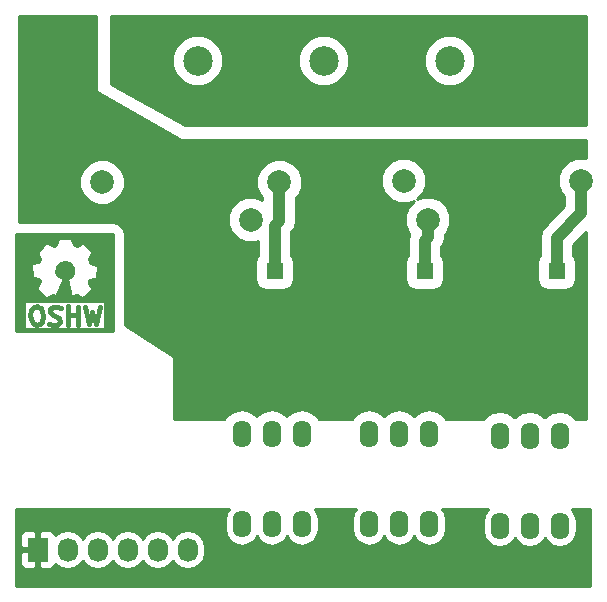
<source format=gtl>
G04 #@! TF.FileFunction,Copper,L1,Top,Signal*
%FSLAX46Y46*%
G04 Gerber Fmt 4.6, Leading zero omitted, Abs format (unit mm)*
G04 Created by KiCad (PCBNEW 4.0.2-stable) date 3/20/2016 1:32:16 PM*
%MOMM*%
G01*
G04 APERTURE LIST*
%ADD10C,0.100000*%
%ADD11C,0.381000*%
%ADD12R,1.400000X1.400000*%
%ADD13C,1.400000*%
%ADD14R,2.500000X2.500000*%
%ADD15C,2.500000*%
%ADD16R,1.727200X2.032000*%
%ADD17O,1.727200X2.032000*%
%ADD18C,1.998980*%
%ADD19O,1.600000X2.300000*%
%ADD20C,1.000000*%
%ADD21C,0.600000*%
%ADD22C,1.000000*%
%ADD23C,0.750000*%
%ADD24C,0.254000*%
G04 APERTURE END LIST*
D10*
D11*
X121826000Y-93167440D02*
X121226560Y-94767640D01*
X121925060Y-93269040D02*
X122326380Y-94767640D01*
X121427220Y-92867720D02*
X122224780Y-92867720D01*
X122425440Y-92568000D02*
X121427220Y-92568000D01*
X121427220Y-92268280D02*
X122224780Y-92268280D01*
X117825500Y-94767640D02*
X119827020Y-94767640D01*
X119524760Y-94467920D02*
X117927100Y-94467920D01*
X117825500Y-94168200D02*
X119326640Y-94168200D01*
X119425700Y-93868480D02*
X117825500Y-93868480D01*
X117927100Y-93568760D02*
X119326640Y-93568760D01*
X119026920Y-93269040D02*
X117927100Y-93269040D01*
X117825500Y-92966780D02*
X118826260Y-92966780D01*
X118826260Y-92667060D02*
X117825500Y-92667060D01*
X117927100Y-92367340D02*
X118826260Y-92367340D01*
X118925320Y-92067620D02*
X117927100Y-92067620D01*
X117825500Y-91767900D02*
X119326640Y-91767900D01*
X119425700Y-91468180D02*
X117927100Y-91468180D01*
X117825500Y-91369120D02*
X119225040Y-91369120D01*
X119326640Y-91066860D02*
X117927100Y-91066860D01*
X117927100Y-90767140D02*
X119326640Y-90767140D01*
X119827020Y-90467420D02*
X118026160Y-90467420D01*
X117927100Y-90167700D02*
X120926840Y-90167700D01*
X121124960Y-89867980D02*
X117927100Y-89867980D01*
X122626100Y-89867980D02*
X125724900Y-89867980D01*
X125826500Y-90068640D02*
X122725160Y-90068640D01*
X123824980Y-90368360D02*
X125724900Y-90368360D01*
X125826500Y-90569020D02*
X124127240Y-90569020D01*
X124325360Y-90868740D02*
X125724900Y-90868740D01*
X125724900Y-91168460D02*
X124426960Y-91168460D01*
X124127240Y-91468180D02*
X125826500Y-91468180D01*
X125826500Y-91767900D02*
X124226300Y-91767900D01*
X124726680Y-92067620D02*
X125826500Y-92067620D01*
X125826500Y-92367340D02*
X124825740Y-92367340D01*
X124726680Y-92667060D02*
X125826500Y-92667060D01*
X125826500Y-92966780D02*
X124726680Y-92966780D01*
X124625080Y-93269040D02*
X125724900Y-93269040D01*
X125826500Y-93568760D02*
X124127240Y-93568760D01*
X124226300Y-93868480D02*
X125724900Y-93868480D01*
X124226300Y-94168200D02*
X125625840Y-94168200D01*
X125724900Y-94467920D02*
X124226300Y-94467920D01*
X123926580Y-94767640D02*
X125625840Y-94767640D01*
X121826000Y-94168200D02*
X122026660Y-94869240D01*
X121826000Y-94069140D02*
X121625340Y-94869240D01*
X125526780Y-95067360D02*
X125625840Y-97368600D01*
X118026160Y-95067360D02*
X118026160Y-97368600D01*
X118325880Y-95067360D02*
X118325880Y-97569260D01*
X125326120Y-95067360D02*
X125326120Y-97569260D01*
X117825500Y-95067360D02*
X125826500Y-95067360D01*
X121846320Y-93248720D02*
X121815840Y-93538280D01*
X121815840Y-93538280D02*
X122384800Y-94907340D01*
X122384800Y-94907340D02*
X122826760Y-94757480D01*
X122826760Y-94757480D02*
X122864860Y-94709220D01*
X122864860Y-94709220D02*
X123256020Y-94978460D01*
X123245860Y-94937820D02*
X123446520Y-94907340D01*
X123456680Y-94947980D02*
X124134860Y-94307900D01*
X124134860Y-94307900D02*
X124226300Y-94076760D01*
X124226300Y-94076760D02*
X123957060Y-93599240D01*
X123957060Y-93599240D02*
X123985000Y-93446840D01*
X123985000Y-93446840D02*
X124665720Y-93258880D01*
X124665720Y-93258880D02*
X124726680Y-92077780D01*
X124726680Y-92077780D02*
X124056120Y-91828860D01*
X124056120Y-91828860D02*
X123985000Y-91628200D01*
X123985000Y-91628200D02*
X124256780Y-91097340D01*
X124256780Y-91097340D02*
X124134860Y-90787460D01*
X124134860Y-90787460D02*
X123494780Y-90177860D01*
X123494780Y-90177860D02*
X123286500Y-90167700D01*
X123286500Y-90167700D02*
X122864860Y-90426780D01*
X122864860Y-90426780D02*
X122687060Y-90348040D01*
X122687060Y-90348040D02*
X122466080Y-89789240D01*
X122466080Y-89789240D02*
X122445760Y-89718120D01*
X122445760Y-89718120D02*
X121274820Y-89697800D01*
X121284980Y-89657160D02*
X121036060Y-90327720D01*
X121036060Y-90327720D02*
X120916680Y-90398840D01*
X120916680Y-90398840D02*
X120215640Y-90099120D01*
X120215640Y-90099120D02*
X119364740Y-90998280D01*
X119364740Y-90998280D02*
X119636520Y-91628200D01*
X119636520Y-91628200D02*
X119595880Y-91757740D01*
X119595880Y-91757740D02*
X119075180Y-91839020D01*
X119075180Y-91839020D02*
X118925320Y-91897440D01*
X118925320Y-91897440D02*
X118955800Y-93157280D01*
X118955800Y-93157280D02*
X119595880Y-93388420D01*
X119595880Y-93388420D02*
X119626360Y-93487480D01*
X119626360Y-93487480D02*
X119326640Y-94097080D01*
X119326640Y-94097080D02*
X120147060Y-94937820D01*
X120147060Y-94937820D02*
X120256280Y-95029260D01*
X120256280Y-95029260D02*
X120845560Y-94737160D01*
X120845560Y-94737160D02*
X121107180Y-94876860D01*
X121107180Y-94876860D02*
X121335780Y-94876860D01*
X121335780Y-94876860D02*
X121876800Y-93368100D01*
X121876800Y-93368100D02*
X121635500Y-93058220D01*
X121635500Y-93058220D02*
X121556760Y-93068380D01*
X121556760Y-93068380D02*
X121345940Y-92928680D01*
X121345940Y-92928680D02*
X121206240Y-92728020D01*
X121206240Y-92728020D02*
X121246880Y-92288600D01*
X121246880Y-92288600D02*
X121526280Y-91999040D01*
X121526280Y-91999040D02*
X121886960Y-91927920D01*
X121886960Y-91927920D02*
X122224780Y-92047300D01*
X122224780Y-92047300D02*
X122455920Y-92347020D01*
X122455920Y-92347020D02*
X122445760Y-92748340D01*
X122445760Y-92748340D02*
X122336540Y-92938840D01*
X122336540Y-92938840D02*
X121826000Y-93248720D01*
X117825500Y-89568260D02*
X125826500Y-89568260D01*
X125826500Y-89568260D02*
X125826500Y-97569260D01*
X125826500Y-97569260D02*
X117825500Y-97569260D01*
X117825500Y-97569260D02*
X117825500Y-89568260D01*
X123543040Y-95649020D02*
X123903720Y-97119680D01*
X123903720Y-97119680D02*
X124183120Y-96057960D01*
X124183120Y-96057960D02*
X124493000Y-97129840D01*
X124493000Y-97129840D02*
X124833360Y-95679500D01*
X122123180Y-96339900D02*
X122913120Y-96329740D01*
X122913120Y-96329740D02*
X122923280Y-96339900D01*
X122923280Y-96339900D02*
X122923280Y-96329740D01*
X122963920Y-95618540D02*
X122963920Y-97160320D01*
X122074920Y-95608380D02*
X122074920Y-97178100D01*
X122074920Y-97178100D02*
X122085080Y-97167940D01*
X121523740Y-95709980D02*
X121173220Y-95628700D01*
X121173220Y-95628700D02*
X120853180Y-95618540D01*
X120853180Y-95618540D02*
X120614420Y-95819200D01*
X120614420Y-95819200D02*
X120583940Y-96088440D01*
X120583940Y-96088440D02*
X120825240Y-96329740D01*
X120825240Y-96329740D02*
X121213860Y-96459280D01*
X121213860Y-96459280D02*
X121394200Y-96619300D01*
X121394200Y-96619300D02*
X121434840Y-96919020D01*
X121434840Y-96919020D02*
X121203700Y-97140000D01*
X121203700Y-97140000D02*
X120883660Y-97167940D01*
X120883660Y-97167940D02*
X120533140Y-97058720D01*
X119494280Y-95608380D02*
X119245360Y-95628700D01*
X119245360Y-95628700D02*
X119004060Y-95870000D01*
X119004060Y-95870000D02*
X118915160Y-96360220D01*
X118915160Y-96360220D02*
X118943100Y-96708200D01*
X118943100Y-96708200D02*
X119143760Y-97028240D01*
X119143760Y-97028240D02*
X119395220Y-97150160D01*
X119395220Y-97150160D02*
X119705100Y-97079040D01*
X119705100Y-97079040D02*
X119923540Y-96898700D01*
X119923540Y-96898700D02*
X119994660Y-96438960D01*
X119994660Y-96438960D02*
X119943860Y-96030020D01*
X119943860Y-96030020D02*
X119834640Y-95748080D01*
X119834640Y-95748080D02*
X119473960Y-95618540D01*
D12*
X152306000Y-92568000D03*
D13*
X152306000Y-102568000D03*
D12*
X163482000Y-92568000D03*
D13*
X163482000Y-102568000D03*
D12*
X139606000Y-92568000D03*
D13*
X139606000Y-102568000D03*
D14*
X127414000Y-74788000D03*
D15*
X122414000Y-74788000D03*
D14*
X138082000Y-74788000D03*
D15*
X133082000Y-74788000D03*
D14*
X148750000Y-74788000D03*
D15*
X143750000Y-74788000D03*
D14*
X159418000Y-74788000D03*
D15*
X154418000Y-74788000D03*
D16*
X119540000Y-116190000D03*
D17*
X122080000Y-116190000D03*
X124620000Y-116190000D03*
X127160000Y-116190000D03*
X129700000Y-116190000D03*
X132240000Y-116190000D03*
D18*
X137574000Y-88250000D03*
X152574000Y-88250000D03*
X150528000Y-84948000D03*
X165528000Y-84948000D03*
X125001000Y-85075000D03*
X140001000Y-85075000D03*
D19*
X147607000Y-114031000D03*
X150147000Y-114031000D03*
X152687000Y-114031000D03*
X152687000Y-106411000D03*
X150147000Y-106411000D03*
X147607000Y-106411000D03*
X136812000Y-114031000D03*
X139352000Y-114031000D03*
X141892000Y-114031000D03*
X141892000Y-106411000D03*
X139352000Y-106411000D03*
X136812000Y-106411000D03*
X158656000Y-114158000D03*
X161196000Y-114158000D03*
X163736000Y-114158000D03*
X163736000Y-106538000D03*
X161196000Y-106538000D03*
X158656000Y-106538000D03*
D20*
X159672000Y-96124000D03*
X157640000Y-96124000D03*
X155354000Y-96124000D03*
X147480000Y-96124000D03*
X145448000Y-96124000D03*
X143162000Y-96124000D03*
X133510000Y-96124000D03*
X131224000Y-96124000D03*
X128684000Y-96124000D03*
D21*
X156116000Y-117968000D03*
X152814000Y-116444000D03*
X143924000Y-115936000D03*
D22*
X152574000Y-88250000D02*
X152574000Y-89760000D01*
X152306000Y-90028000D02*
X152306000Y-92568000D01*
X152574000Y-89760000D02*
X152306000Y-90028000D01*
D23*
X152052000Y-92314000D02*
X152306000Y-92568000D01*
D22*
X163482000Y-92568000D02*
X163482000Y-89774000D01*
X165528000Y-87728000D02*
X165528000Y-84948000D01*
X163482000Y-89774000D02*
X165528000Y-87728000D01*
X140001000Y-85075000D02*
X140001000Y-88363000D01*
X139606000Y-88758000D02*
X139606000Y-92568000D01*
X140001000Y-88363000D02*
X139606000Y-88758000D01*
D24*
G36*
X135486233Y-113096879D02*
X135377000Y-113646030D01*
X135377000Y-114415970D01*
X135486233Y-114965121D01*
X135797302Y-115430668D01*
X136262849Y-115741737D01*
X136812000Y-115850970D01*
X137361151Y-115741737D01*
X137826698Y-115430668D01*
X138082000Y-115048582D01*
X138337302Y-115430668D01*
X138802849Y-115741737D01*
X139352000Y-115850970D01*
X139901151Y-115741737D01*
X140366698Y-115430668D01*
X140622000Y-115048582D01*
X140877302Y-115430668D01*
X141342849Y-115741737D01*
X141892000Y-115850970D01*
X142441151Y-115741737D01*
X142906698Y-115430668D01*
X143217767Y-114965121D01*
X143327000Y-114415970D01*
X143327000Y-113646030D01*
X143217767Y-113096879D01*
X142993340Y-112761000D01*
X146505660Y-112761000D01*
X146281233Y-113096879D01*
X146172000Y-113646030D01*
X146172000Y-114415970D01*
X146281233Y-114965121D01*
X146592302Y-115430668D01*
X147057849Y-115741737D01*
X147607000Y-115850970D01*
X148156151Y-115741737D01*
X148621698Y-115430668D01*
X148877000Y-115048582D01*
X149132302Y-115430668D01*
X149597849Y-115741737D01*
X150147000Y-115850970D01*
X150696151Y-115741737D01*
X151161698Y-115430668D01*
X151417000Y-115048582D01*
X151672302Y-115430668D01*
X152137849Y-115741737D01*
X152687000Y-115850970D01*
X153236151Y-115741737D01*
X153701698Y-115430668D01*
X154012767Y-114965121D01*
X154122000Y-114415970D01*
X154122000Y-113646030D01*
X154012767Y-113096879D01*
X153788340Y-112761000D01*
X157639519Y-112761000D01*
X157330233Y-113223879D01*
X157221000Y-113773030D01*
X157221000Y-114542970D01*
X157330233Y-115092121D01*
X157641302Y-115557668D01*
X158106849Y-115868737D01*
X158656000Y-115977970D01*
X159205151Y-115868737D01*
X159670698Y-115557668D01*
X159926000Y-115175582D01*
X160181302Y-115557668D01*
X160646849Y-115868737D01*
X161196000Y-115977970D01*
X161745151Y-115868737D01*
X162210698Y-115557668D01*
X162466000Y-115175582D01*
X162721302Y-115557668D01*
X163186849Y-115868737D01*
X163736000Y-115977970D01*
X164285151Y-115868737D01*
X164750698Y-115557668D01*
X165061767Y-115092121D01*
X165171000Y-114542970D01*
X165171000Y-113773030D01*
X165061767Y-113223879D01*
X164752481Y-112761000D01*
X166290000Y-112761000D01*
X166290000Y-119290000D01*
X117710000Y-119290000D01*
X117710000Y-116475750D01*
X118041400Y-116475750D01*
X118041400Y-117332309D01*
X118138073Y-117565698D01*
X118316701Y-117744327D01*
X118550090Y-117841000D01*
X119254250Y-117841000D01*
X119413000Y-117682250D01*
X119413000Y-116317000D01*
X118200150Y-116317000D01*
X118041400Y-116475750D01*
X117710000Y-116475750D01*
X117710000Y-115047691D01*
X118041400Y-115047691D01*
X118041400Y-115904250D01*
X118200150Y-116063000D01*
X119413000Y-116063000D01*
X119413000Y-114697750D01*
X119667000Y-114697750D01*
X119667000Y-116063000D01*
X119687000Y-116063000D01*
X119687000Y-116317000D01*
X119667000Y-116317000D01*
X119667000Y-117682250D01*
X119825750Y-117841000D01*
X120529910Y-117841000D01*
X120763299Y-117744327D01*
X120941927Y-117565698D01*
X121005500Y-117412220D01*
X121020330Y-117434415D01*
X121506511Y-117759271D01*
X122080000Y-117873345D01*
X122653489Y-117759271D01*
X123139670Y-117434415D01*
X123350000Y-117119634D01*
X123560330Y-117434415D01*
X124046511Y-117759271D01*
X124620000Y-117873345D01*
X125193489Y-117759271D01*
X125679670Y-117434415D01*
X125890000Y-117119634D01*
X126100330Y-117434415D01*
X126586511Y-117759271D01*
X127160000Y-117873345D01*
X127733489Y-117759271D01*
X128219670Y-117434415D01*
X128430000Y-117119634D01*
X128640330Y-117434415D01*
X129126511Y-117759271D01*
X129700000Y-117873345D01*
X130273489Y-117759271D01*
X130759670Y-117434415D01*
X130970000Y-117119634D01*
X131180330Y-117434415D01*
X131666511Y-117759271D01*
X132240000Y-117873345D01*
X132813489Y-117759271D01*
X133299670Y-117434415D01*
X133624526Y-116948234D01*
X133738600Y-116374745D01*
X133738600Y-116005255D01*
X133624526Y-115431766D01*
X133299670Y-114945585D01*
X132813489Y-114620729D01*
X132240000Y-114506655D01*
X131666511Y-114620729D01*
X131180330Y-114945585D01*
X130970000Y-115260366D01*
X130759670Y-114945585D01*
X130273489Y-114620729D01*
X129700000Y-114506655D01*
X129126511Y-114620729D01*
X128640330Y-114945585D01*
X128430000Y-115260366D01*
X128219670Y-114945585D01*
X127733489Y-114620729D01*
X127160000Y-114506655D01*
X126586511Y-114620729D01*
X126100330Y-114945585D01*
X125890000Y-115260366D01*
X125679670Y-114945585D01*
X125193489Y-114620729D01*
X124620000Y-114506655D01*
X124046511Y-114620729D01*
X123560330Y-114945585D01*
X123350000Y-115260366D01*
X123139670Y-114945585D01*
X122653489Y-114620729D01*
X122080000Y-114506655D01*
X121506511Y-114620729D01*
X121020330Y-114945585D01*
X121005500Y-114967780D01*
X120941927Y-114814302D01*
X120763299Y-114635673D01*
X120529910Y-114539000D01*
X119825750Y-114539000D01*
X119667000Y-114697750D01*
X119413000Y-114697750D01*
X119254250Y-114539000D01*
X118550090Y-114539000D01*
X118316701Y-114635673D01*
X118138073Y-114814302D01*
X118041400Y-115047691D01*
X117710000Y-115047691D01*
X117710000Y-112761000D01*
X135710660Y-112761000D01*
X135486233Y-113096879D01*
X135486233Y-113096879D01*
G37*
X135486233Y-113096879D02*
X135377000Y-113646030D01*
X135377000Y-114415970D01*
X135486233Y-114965121D01*
X135797302Y-115430668D01*
X136262849Y-115741737D01*
X136812000Y-115850970D01*
X137361151Y-115741737D01*
X137826698Y-115430668D01*
X138082000Y-115048582D01*
X138337302Y-115430668D01*
X138802849Y-115741737D01*
X139352000Y-115850970D01*
X139901151Y-115741737D01*
X140366698Y-115430668D01*
X140622000Y-115048582D01*
X140877302Y-115430668D01*
X141342849Y-115741737D01*
X141892000Y-115850970D01*
X142441151Y-115741737D01*
X142906698Y-115430668D01*
X143217767Y-114965121D01*
X143327000Y-114415970D01*
X143327000Y-113646030D01*
X143217767Y-113096879D01*
X142993340Y-112761000D01*
X146505660Y-112761000D01*
X146281233Y-113096879D01*
X146172000Y-113646030D01*
X146172000Y-114415970D01*
X146281233Y-114965121D01*
X146592302Y-115430668D01*
X147057849Y-115741737D01*
X147607000Y-115850970D01*
X148156151Y-115741737D01*
X148621698Y-115430668D01*
X148877000Y-115048582D01*
X149132302Y-115430668D01*
X149597849Y-115741737D01*
X150147000Y-115850970D01*
X150696151Y-115741737D01*
X151161698Y-115430668D01*
X151417000Y-115048582D01*
X151672302Y-115430668D01*
X152137849Y-115741737D01*
X152687000Y-115850970D01*
X153236151Y-115741737D01*
X153701698Y-115430668D01*
X154012767Y-114965121D01*
X154122000Y-114415970D01*
X154122000Y-113646030D01*
X154012767Y-113096879D01*
X153788340Y-112761000D01*
X157639519Y-112761000D01*
X157330233Y-113223879D01*
X157221000Y-113773030D01*
X157221000Y-114542970D01*
X157330233Y-115092121D01*
X157641302Y-115557668D01*
X158106849Y-115868737D01*
X158656000Y-115977970D01*
X159205151Y-115868737D01*
X159670698Y-115557668D01*
X159926000Y-115175582D01*
X160181302Y-115557668D01*
X160646849Y-115868737D01*
X161196000Y-115977970D01*
X161745151Y-115868737D01*
X162210698Y-115557668D01*
X162466000Y-115175582D01*
X162721302Y-115557668D01*
X163186849Y-115868737D01*
X163736000Y-115977970D01*
X164285151Y-115868737D01*
X164750698Y-115557668D01*
X165061767Y-115092121D01*
X165171000Y-114542970D01*
X165171000Y-113773030D01*
X165061767Y-113223879D01*
X164752481Y-112761000D01*
X166290000Y-112761000D01*
X166290000Y-119290000D01*
X117710000Y-119290000D01*
X117710000Y-116475750D01*
X118041400Y-116475750D01*
X118041400Y-117332309D01*
X118138073Y-117565698D01*
X118316701Y-117744327D01*
X118550090Y-117841000D01*
X119254250Y-117841000D01*
X119413000Y-117682250D01*
X119413000Y-116317000D01*
X118200150Y-116317000D01*
X118041400Y-116475750D01*
X117710000Y-116475750D01*
X117710000Y-115047691D01*
X118041400Y-115047691D01*
X118041400Y-115904250D01*
X118200150Y-116063000D01*
X119413000Y-116063000D01*
X119413000Y-114697750D01*
X119667000Y-114697750D01*
X119667000Y-116063000D01*
X119687000Y-116063000D01*
X119687000Y-116317000D01*
X119667000Y-116317000D01*
X119667000Y-117682250D01*
X119825750Y-117841000D01*
X120529910Y-117841000D01*
X120763299Y-117744327D01*
X120941927Y-117565698D01*
X121005500Y-117412220D01*
X121020330Y-117434415D01*
X121506511Y-117759271D01*
X122080000Y-117873345D01*
X122653489Y-117759271D01*
X123139670Y-117434415D01*
X123350000Y-117119634D01*
X123560330Y-117434415D01*
X124046511Y-117759271D01*
X124620000Y-117873345D01*
X125193489Y-117759271D01*
X125679670Y-117434415D01*
X125890000Y-117119634D01*
X126100330Y-117434415D01*
X126586511Y-117759271D01*
X127160000Y-117873345D01*
X127733489Y-117759271D01*
X128219670Y-117434415D01*
X128430000Y-117119634D01*
X128640330Y-117434415D01*
X129126511Y-117759271D01*
X129700000Y-117873345D01*
X130273489Y-117759271D01*
X130759670Y-117434415D01*
X130970000Y-117119634D01*
X131180330Y-117434415D01*
X131666511Y-117759271D01*
X132240000Y-117873345D01*
X132813489Y-117759271D01*
X133299670Y-117434415D01*
X133624526Y-116948234D01*
X133738600Y-116374745D01*
X133738600Y-116005255D01*
X133624526Y-115431766D01*
X133299670Y-114945585D01*
X132813489Y-114620729D01*
X132240000Y-114506655D01*
X131666511Y-114620729D01*
X131180330Y-114945585D01*
X130970000Y-115260366D01*
X130759670Y-114945585D01*
X130273489Y-114620729D01*
X129700000Y-114506655D01*
X129126511Y-114620729D01*
X128640330Y-114945585D01*
X128430000Y-115260366D01*
X128219670Y-114945585D01*
X127733489Y-114620729D01*
X127160000Y-114506655D01*
X126586511Y-114620729D01*
X126100330Y-114945585D01*
X125890000Y-115260366D01*
X125679670Y-114945585D01*
X125193489Y-114620729D01*
X124620000Y-114506655D01*
X124046511Y-114620729D01*
X123560330Y-114945585D01*
X123350000Y-115260366D01*
X123139670Y-114945585D01*
X122653489Y-114620729D01*
X122080000Y-114506655D01*
X121506511Y-114620729D01*
X121020330Y-114945585D01*
X121005500Y-114967780D01*
X120941927Y-114814302D01*
X120763299Y-114635673D01*
X120529910Y-114539000D01*
X119825750Y-114539000D01*
X119667000Y-114697750D01*
X119413000Y-114697750D01*
X119254250Y-114539000D01*
X118550090Y-114539000D01*
X118316701Y-114635673D01*
X118138073Y-114814302D01*
X118041400Y-115047691D01*
X117710000Y-115047691D01*
X117710000Y-112761000D01*
X135710660Y-112761000D01*
X135486233Y-113096879D01*
G36*
X165998000Y-80249000D02*
X132019139Y-80249000D01*
X125763000Y-76745562D01*
X125763000Y-75219132D01*
X130904623Y-75219132D01*
X131235353Y-76019560D01*
X131847218Y-76632495D01*
X132647068Y-76964621D01*
X133513132Y-76965377D01*
X134313560Y-76634647D01*
X134926495Y-76022782D01*
X135258621Y-75222932D01*
X135258624Y-75219132D01*
X141572623Y-75219132D01*
X141903353Y-76019560D01*
X142515218Y-76632495D01*
X143315068Y-76964621D01*
X144181132Y-76965377D01*
X144981560Y-76634647D01*
X145594495Y-76022782D01*
X145926621Y-75222932D01*
X145926624Y-75219132D01*
X152240623Y-75219132D01*
X152571353Y-76019560D01*
X153183218Y-76632495D01*
X153983068Y-76964621D01*
X154849132Y-76965377D01*
X155649560Y-76634647D01*
X156262495Y-76022782D01*
X156594621Y-75222932D01*
X156595377Y-74356868D01*
X156264647Y-73556440D01*
X155652782Y-72943505D01*
X154852932Y-72611379D01*
X153986868Y-72610623D01*
X153186440Y-72941353D01*
X152573505Y-73553218D01*
X152241379Y-74353068D01*
X152240623Y-75219132D01*
X145926624Y-75219132D01*
X145927377Y-74356868D01*
X145596647Y-73556440D01*
X144984782Y-72943505D01*
X144184932Y-72611379D01*
X143318868Y-72610623D01*
X142518440Y-72941353D01*
X141905505Y-73553218D01*
X141573379Y-74353068D01*
X141572623Y-75219132D01*
X135258624Y-75219132D01*
X135259377Y-74356868D01*
X134928647Y-73556440D01*
X134316782Y-72943505D01*
X133516932Y-72611379D01*
X132650868Y-72610623D01*
X131850440Y-72941353D01*
X131237505Y-73553218D01*
X130905379Y-74353068D01*
X130904623Y-75219132D01*
X125763000Y-75219132D01*
X125763000Y-71002000D01*
X165998000Y-71002000D01*
X165998000Y-80249000D01*
X165998000Y-80249000D01*
G37*
X165998000Y-80249000D02*
X132019139Y-80249000D01*
X125763000Y-76745562D01*
X125763000Y-75219132D01*
X130904623Y-75219132D01*
X131235353Y-76019560D01*
X131847218Y-76632495D01*
X132647068Y-76964621D01*
X133513132Y-76965377D01*
X134313560Y-76634647D01*
X134926495Y-76022782D01*
X135258621Y-75222932D01*
X135258624Y-75219132D01*
X141572623Y-75219132D01*
X141903353Y-76019560D01*
X142515218Y-76632495D01*
X143315068Y-76964621D01*
X144181132Y-76965377D01*
X144981560Y-76634647D01*
X145594495Y-76022782D01*
X145926621Y-75222932D01*
X145926624Y-75219132D01*
X152240623Y-75219132D01*
X152571353Y-76019560D01*
X153183218Y-76632495D01*
X153983068Y-76964621D01*
X154849132Y-76965377D01*
X155649560Y-76634647D01*
X156262495Y-76022782D01*
X156594621Y-75222932D01*
X156595377Y-74356868D01*
X156264647Y-73556440D01*
X155652782Y-72943505D01*
X154852932Y-72611379D01*
X153986868Y-72610623D01*
X153186440Y-72941353D01*
X152573505Y-73553218D01*
X152241379Y-74353068D01*
X152240623Y-75219132D01*
X145926624Y-75219132D01*
X145927377Y-74356868D01*
X145596647Y-73556440D01*
X144984782Y-72943505D01*
X144184932Y-72611379D01*
X143318868Y-72610623D01*
X142518440Y-72941353D01*
X141905505Y-73553218D01*
X141573379Y-74353068D01*
X141572623Y-75219132D01*
X135258624Y-75219132D01*
X135259377Y-74356868D01*
X134928647Y-73556440D01*
X134316782Y-72943505D01*
X133516932Y-72611379D01*
X132650868Y-72610623D01*
X131850440Y-72941353D01*
X131237505Y-73553218D01*
X130905379Y-74353068D01*
X130904623Y-75219132D01*
X125763000Y-75219132D01*
X125763000Y-71002000D01*
X165998000Y-71002000D01*
X165998000Y-80249000D01*
G36*
X124493000Y-77328000D02*
X124503006Y-77377410D01*
X124531447Y-77419035D01*
X124556990Y-77438267D01*
X131668990Y-81502267D01*
X131732000Y-81519000D01*
X165998000Y-81519000D01*
X165998000Y-83057188D01*
X165912884Y-83021845D01*
X165146479Y-83021176D01*
X164438157Y-83313849D01*
X163895754Y-83855306D01*
X163601845Y-84563116D01*
X163601176Y-85329521D01*
X163893849Y-86037843D01*
X164101000Y-86245356D01*
X164101000Y-87136918D01*
X162472959Y-88764959D01*
X162163624Y-89227911D01*
X162055000Y-89774000D01*
X162055000Y-91289974D01*
X161911304Y-91500279D01*
X161836839Y-91868000D01*
X161836839Y-93268000D01*
X161901478Y-93611526D01*
X162104501Y-93927033D01*
X162414279Y-94138696D01*
X162782000Y-94213161D01*
X164182000Y-94213161D01*
X164525526Y-94148522D01*
X164841033Y-93945499D01*
X165052696Y-93635721D01*
X165127161Y-93268000D01*
X165127161Y-91868000D01*
X165062522Y-91524474D01*
X164909000Y-91285894D01*
X164909000Y-90365082D01*
X165998000Y-89276082D01*
X165998000Y-105141000D01*
X165100741Y-105141000D01*
X164957173Y-104926136D01*
X164396894Y-104551769D01*
X163736000Y-104420309D01*
X163075106Y-104551769D01*
X162514827Y-104926136D01*
X162466000Y-104999211D01*
X162417173Y-104926136D01*
X161856894Y-104551769D01*
X161196000Y-104420309D01*
X160535106Y-104551769D01*
X159974827Y-104926136D01*
X159926000Y-104999211D01*
X159877173Y-104926136D01*
X159316894Y-104551769D01*
X158656000Y-104420309D01*
X157995106Y-104551769D01*
X157434827Y-104926136D01*
X157291259Y-105141000D01*
X154136600Y-105141000D01*
X153908173Y-104799136D01*
X153347894Y-104424769D01*
X152687000Y-104293309D01*
X152026106Y-104424769D01*
X151465827Y-104799136D01*
X151417000Y-104872211D01*
X151368173Y-104799136D01*
X150807894Y-104424769D01*
X150147000Y-104293309D01*
X149486106Y-104424769D01*
X148925827Y-104799136D01*
X148877000Y-104872211D01*
X148828173Y-104799136D01*
X148267894Y-104424769D01*
X147607000Y-104293309D01*
X146946106Y-104424769D01*
X146385827Y-104799136D01*
X146157400Y-105141000D01*
X143341600Y-105141000D01*
X143113173Y-104799136D01*
X142552894Y-104424769D01*
X141892000Y-104293309D01*
X141231106Y-104424769D01*
X140670827Y-104799136D01*
X140622000Y-104872211D01*
X140573173Y-104799136D01*
X140012894Y-104424769D01*
X139352000Y-104293309D01*
X138691106Y-104424769D01*
X138130827Y-104799136D01*
X138082000Y-104872211D01*
X138033173Y-104799136D01*
X137472894Y-104424769D01*
X136812000Y-104293309D01*
X136151106Y-104424769D01*
X135590827Y-104799136D01*
X135362400Y-105141000D01*
X131097000Y-105141000D01*
X131097000Y-99934000D01*
X131086994Y-99884590D01*
X131038993Y-99827375D01*
X126944000Y-97177674D01*
X126944000Y-89568260D01*
X126858935Y-89140611D01*
X126616692Y-88778068D01*
X126397369Y-88631521D01*
X135647176Y-88631521D01*
X135939849Y-89339843D01*
X136481306Y-89882246D01*
X137189116Y-90176155D01*
X137955521Y-90176824D01*
X138179000Y-90084484D01*
X138179000Y-91289974D01*
X138035304Y-91500279D01*
X137960839Y-91868000D01*
X137960839Y-93268000D01*
X138025478Y-93611526D01*
X138228501Y-93927033D01*
X138538279Y-94138696D01*
X138906000Y-94213161D01*
X140306000Y-94213161D01*
X140649526Y-94148522D01*
X140965033Y-93945499D01*
X141176696Y-93635721D01*
X141251161Y-93268000D01*
X141251161Y-91868000D01*
X141186522Y-91524474D01*
X141033000Y-91285894D01*
X141033000Y-89337681D01*
X141319376Y-88909090D01*
X141348270Y-88763831D01*
X141428000Y-88363000D01*
X141428000Y-86372582D01*
X141633246Y-86167694D01*
X141927155Y-85459884D01*
X141927268Y-85329521D01*
X148601176Y-85329521D01*
X148893849Y-86037843D01*
X149435306Y-86580246D01*
X150143116Y-86874155D01*
X150909521Y-86874824D01*
X151447341Y-86652601D01*
X150941754Y-87157306D01*
X150647845Y-87865116D01*
X150647176Y-88631521D01*
X150939849Y-89339843D01*
X151025333Y-89425476D01*
X150987624Y-89481911D01*
X150879000Y-90028000D01*
X150879000Y-91289974D01*
X150735304Y-91500279D01*
X150660839Y-91868000D01*
X150660839Y-93268000D01*
X150725478Y-93611526D01*
X150928501Y-93927033D01*
X151238279Y-94138696D01*
X151606000Y-94213161D01*
X153006000Y-94213161D01*
X153349526Y-94148522D01*
X153665033Y-93945499D01*
X153876696Y-93635721D01*
X153951161Y-93268000D01*
X153951161Y-91868000D01*
X153886522Y-91524474D01*
X153733000Y-91285894D01*
X153733000Y-90544613D01*
X153892376Y-90306090D01*
X153918088Y-90176824D01*
X154001000Y-89760000D01*
X154001000Y-89547582D01*
X154206246Y-89342694D01*
X154500155Y-88634884D01*
X154500824Y-87868479D01*
X154208151Y-87160157D01*
X153666694Y-86617754D01*
X152958884Y-86323845D01*
X152192479Y-86323176D01*
X151654659Y-86545399D01*
X152160246Y-86040694D01*
X152454155Y-85332884D01*
X152454824Y-84566479D01*
X152162151Y-83858157D01*
X151620694Y-83315754D01*
X150912884Y-83021845D01*
X150146479Y-83021176D01*
X149438157Y-83313849D01*
X148895754Y-83855306D01*
X148601845Y-84563116D01*
X148601176Y-85329521D01*
X141927268Y-85329521D01*
X141927824Y-84693479D01*
X141635151Y-83985157D01*
X141093694Y-83442754D01*
X140385884Y-83148845D01*
X139619479Y-83148176D01*
X138911157Y-83440849D01*
X138368754Y-83982306D01*
X138074845Y-84690116D01*
X138074176Y-85456521D01*
X138366849Y-86164843D01*
X138574000Y-86372356D01*
X138574000Y-86579264D01*
X137958884Y-86323845D01*
X137192479Y-86323176D01*
X136484157Y-86615849D01*
X135941754Y-87157306D01*
X135647845Y-87865116D01*
X135647176Y-88631521D01*
X126397369Y-88631521D01*
X126254149Y-88535825D01*
X125826500Y-88450760D01*
X118002000Y-88450760D01*
X118002000Y-85456521D01*
X123074176Y-85456521D01*
X123366849Y-86164843D01*
X123908306Y-86707246D01*
X124616116Y-87001155D01*
X125382521Y-87001824D01*
X126090843Y-86709151D01*
X126633246Y-86167694D01*
X126927155Y-85459884D01*
X126927824Y-84693479D01*
X126635151Y-83985157D01*
X126093694Y-83442754D01*
X125385884Y-83148845D01*
X124619479Y-83148176D01*
X123911157Y-83440849D01*
X123368754Y-83982306D01*
X123074845Y-84690116D01*
X123074176Y-85456521D01*
X118002000Y-85456521D01*
X118002000Y-71002000D01*
X124493000Y-71002000D01*
X124493000Y-77328000D01*
X124493000Y-77328000D01*
G37*
X124493000Y-77328000D02*
X124503006Y-77377410D01*
X124531447Y-77419035D01*
X124556990Y-77438267D01*
X131668990Y-81502267D01*
X131732000Y-81519000D01*
X165998000Y-81519000D01*
X165998000Y-83057188D01*
X165912884Y-83021845D01*
X165146479Y-83021176D01*
X164438157Y-83313849D01*
X163895754Y-83855306D01*
X163601845Y-84563116D01*
X163601176Y-85329521D01*
X163893849Y-86037843D01*
X164101000Y-86245356D01*
X164101000Y-87136918D01*
X162472959Y-88764959D01*
X162163624Y-89227911D01*
X162055000Y-89774000D01*
X162055000Y-91289974D01*
X161911304Y-91500279D01*
X161836839Y-91868000D01*
X161836839Y-93268000D01*
X161901478Y-93611526D01*
X162104501Y-93927033D01*
X162414279Y-94138696D01*
X162782000Y-94213161D01*
X164182000Y-94213161D01*
X164525526Y-94148522D01*
X164841033Y-93945499D01*
X165052696Y-93635721D01*
X165127161Y-93268000D01*
X165127161Y-91868000D01*
X165062522Y-91524474D01*
X164909000Y-91285894D01*
X164909000Y-90365082D01*
X165998000Y-89276082D01*
X165998000Y-105141000D01*
X165100741Y-105141000D01*
X164957173Y-104926136D01*
X164396894Y-104551769D01*
X163736000Y-104420309D01*
X163075106Y-104551769D01*
X162514827Y-104926136D01*
X162466000Y-104999211D01*
X162417173Y-104926136D01*
X161856894Y-104551769D01*
X161196000Y-104420309D01*
X160535106Y-104551769D01*
X159974827Y-104926136D01*
X159926000Y-104999211D01*
X159877173Y-104926136D01*
X159316894Y-104551769D01*
X158656000Y-104420309D01*
X157995106Y-104551769D01*
X157434827Y-104926136D01*
X157291259Y-105141000D01*
X154136600Y-105141000D01*
X153908173Y-104799136D01*
X153347894Y-104424769D01*
X152687000Y-104293309D01*
X152026106Y-104424769D01*
X151465827Y-104799136D01*
X151417000Y-104872211D01*
X151368173Y-104799136D01*
X150807894Y-104424769D01*
X150147000Y-104293309D01*
X149486106Y-104424769D01*
X148925827Y-104799136D01*
X148877000Y-104872211D01*
X148828173Y-104799136D01*
X148267894Y-104424769D01*
X147607000Y-104293309D01*
X146946106Y-104424769D01*
X146385827Y-104799136D01*
X146157400Y-105141000D01*
X143341600Y-105141000D01*
X143113173Y-104799136D01*
X142552894Y-104424769D01*
X141892000Y-104293309D01*
X141231106Y-104424769D01*
X140670827Y-104799136D01*
X140622000Y-104872211D01*
X140573173Y-104799136D01*
X140012894Y-104424769D01*
X139352000Y-104293309D01*
X138691106Y-104424769D01*
X138130827Y-104799136D01*
X138082000Y-104872211D01*
X138033173Y-104799136D01*
X137472894Y-104424769D01*
X136812000Y-104293309D01*
X136151106Y-104424769D01*
X135590827Y-104799136D01*
X135362400Y-105141000D01*
X131097000Y-105141000D01*
X131097000Y-99934000D01*
X131086994Y-99884590D01*
X131038993Y-99827375D01*
X126944000Y-97177674D01*
X126944000Y-89568260D01*
X126858935Y-89140611D01*
X126616692Y-88778068D01*
X126397369Y-88631521D01*
X135647176Y-88631521D01*
X135939849Y-89339843D01*
X136481306Y-89882246D01*
X137189116Y-90176155D01*
X137955521Y-90176824D01*
X138179000Y-90084484D01*
X138179000Y-91289974D01*
X138035304Y-91500279D01*
X137960839Y-91868000D01*
X137960839Y-93268000D01*
X138025478Y-93611526D01*
X138228501Y-93927033D01*
X138538279Y-94138696D01*
X138906000Y-94213161D01*
X140306000Y-94213161D01*
X140649526Y-94148522D01*
X140965033Y-93945499D01*
X141176696Y-93635721D01*
X141251161Y-93268000D01*
X141251161Y-91868000D01*
X141186522Y-91524474D01*
X141033000Y-91285894D01*
X141033000Y-89337681D01*
X141319376Y-88909090D01*
X141348270Y-88763831D01*
X141428000Y-88363000D01*
X141428000Y-86372582D01*
X141633246Y-86167694D01*
X141927155Y-85459884D01*
X141927268Y-85329521D01*
X148601176Y-85329521D01*
X148893849Y-86037843D01*
X149435306Y-86580246D01*
X150143116Y-86874155D01*
X150909521Y-86874824D01*
X151447341Y-86652601D01*
X150941754Y-87157306D01*
X150647845Y-87865116D01*
X150647176Y-88631521D01*
X150939849Y-89339843D01*
X151025333Y-89425476D01*
X150987624Y-89481911D01*
X150879000Y-90028000D01*
X150879000Y-91289974D01*
X150735304Y-91500279D01*
X150660839Y-91868000D01*
X150660839Y-93268000D01*
X150725478Y-93611526D01*
X150928501Y-93927033D01*
X151238279Y-94138696D01*
X151606000Y-94213161D01*
X153006000Y-94213161D01*
X153349526Y-94148522D01*
X153665033Y-93945499D01*
X153876696Y-93635721D01*
X153951161Y-93268000D01*
X153951161Y-91868000D01*
X153886522Y-91524474D01*
X153733000Y-91285894D01*
X153733000Y-90544613D01*
X153892376Y-90306090D01*
X153918088Y-90176824D01*
X154001000Y-89760000D01*
X154001000Y-89547582D01*
X154206246Y-89342694D01*
X154500155Y-88634884D01*
X154500824Y-87868479D01*
X154208151Y-87160157D01*
X153666694Y-86617754D01*
X152958884Y-86323845D01*
X152192479Y-86323176D01*
X151654659Y-86545399D01*
X152160246Y-86040694D01*
X152454155Y-85332884D01*
X152454824Y-84566479D01*
X152162151Y-83858157D01*
X151620694Y-83315754D01*
X150912884Y-83021845D01*
X150146479Y-83021176D01*
X149438157Y-83313849D01*
X148895754Y-83855306D01*
X148601845Y-84563116D01*
X148601176Y-85329521D01*
X141927268Y-85329521D01*
X141927824Y-84693479D01*
X141635151Y-83985157D01*
X141093694Y-83442754D01*
X140385884Y-83148845D01*
X139619479Y-83148176D01*
X138911157Y-83440849D01*
X138368754Y-83982306D01*
X138074845Y-84690116D01*
X138074176Y-85456521D01*
X138366849Y-86164843D01*
X138574000Y-86372356D01*
X138574000Y-86579264D01*
X137958884Y-86323845D01*
X137192479Y-86323176D01*
X136484157Y-86615849D01*
X135941754Y-87157306D01*
X135647845Y-87865116D01*
X135647176Y-88631521D01*
X126397369Y-88631521D01*
X126254149Y-88535825D01*
X125826500Y-88450760D01*
X118002000Y-88450760D01*
X118002000Y-85456521D01*
X123074176Y-85456521D01*
X123366849Y-86164843D01*
X123908306Y-86707246D01*
X124616116Y-87001155D01*
X125382521Y-87001824D01*
X126090843Y-86709151D01*
X126633246Y-86167694D01*
X126927155Y-85459884D01*
X126927824Y-84693479D01*
X126635151Y-83985157D01*
X126093694Y-83442754D01*
X125385884Y-83148845D01*
X124619479Y-83148176D01*
X123911157Y-83440849D01*
X123368754Y-83982306D01*
X123074845Y-84690116D01*
X123074176Y-85456521D01*
X118002000Y-85456521D01*
X118002000Y-71002000D01*
X124493000Y-71002000D01*
X124493000Y-77328000D01*
M02*

</source>
